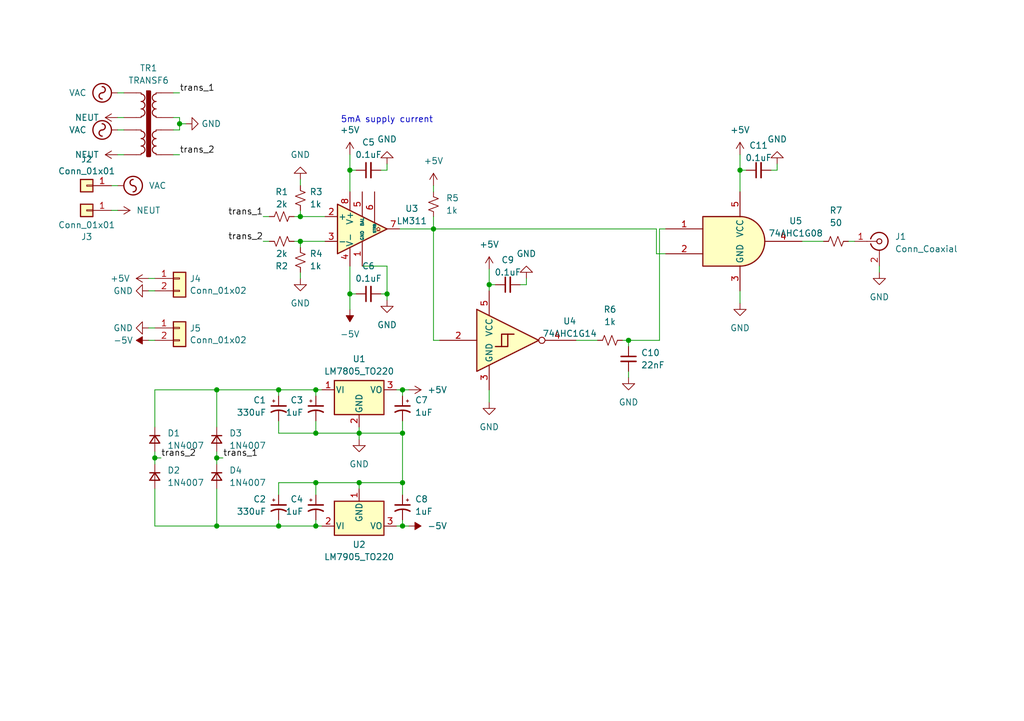
<source format=kicad_sch>
(kicad_sch (version 20230121) (generator eeschema)
  (paper "A5")
  (lib_symbols
    (symbol "74xGxx:74AHC1G08"
      (property "Reference" "U" (at -2.54 3.81 0))
      (property "Value" "74AHC1G08" (at 0 -3.81 0))
      (symbol "74AHC1G08_0_1"
        (arc (start 0 -5.08) (mid 5.0579 0) (end 0 5.08) (stroke (width 0.254)) (fill (type background)))
        (polyline (pts (xy 0 -5.08) (xy -7.62 -5.08) (xy -7.62 5.08) (xy 0 5.08)) (stroke (width 0.254)) (fill (type background)))
      )
      (symbol "74AHC1G08_1_1"
        (pin input line (at -15.24 2.54 0) (length 7.62) (name "~") (number "1"))
        (pin input line (at -15.24 -2.54 0) (length 7.62) (name "~") (number "2"))
        (pin power_in line (at 0 -10.16 90) (length 5.08) (name "GND") (number "3"))
        (pin output line (at 12.7 0 180) (length 7.62) (name "~") (number "4"))
        (pin power_in line (at 0 10.16 270) (length 5.08) (name "VCC") (number "5"))
      )
    )
    (symbol "74xGxx:74AHC1G14"
      (property "Reference" "U" (at -2.54 3.81 0))
      (property "Value" "74AHC1G14" (at 0 -3.81 0))
      (symbol "74AHC1G14_0_1"
        (polyline (pts (xy -2.54 -1.27) (xy -1.27 -1.27) (xy -1.27 1.27)) (stroke (width 0.254)) (fill (type background)))
        (polyline (pts (xy -7.62 6.35) (xy -7.62 -6.35) (xy 5.08 0) (xy -7.62 6.35)) (stroke (width 0.254)) (fill (type background)))
        (polyline (pts (xy -3.81 -1.27) (xy -2.54 -1.27) (xy -2.54 1.27) (xy 0 1.27)) (stroke (width 0.254)) (fill (type background)))
      )
      (symbol "74AHC1G14_1_1"
        (pin input line (at -15.24 0 0) (length 7.62) (name "~") (number "2"))
        (pin power_in line (at -5.08 -10.16 90) (length 5.08) (name "GND") (number "3"))
        (pin output inverted (at 12.7 0 180) (length 7.62) (name "~") (number "4"))
        (pin power_in line (at -5.08 10.16 270) (length 5.08) (name "VCC") (number "5"))
      )
    )
    (symbol "Comparator:LM311" (pin_names (offset 0.127))
      (property "Reference" "U" (at 3.81 6.35 0))
      (property "Value" "LM311" (at 3.81 3.81 0))
      (symbol "LM311_0_1"
        (polyline (pts (xy 5.08 0) (xy -5.08 5.08) (xy -5.08 -5.08) (xy 5.08 0)) (stroke (width 0.254)) (fill (type background)))
        (polyline (pts (xy 3.683 -0.381) (xy 3.302 -0.381) (xy 3.683 0) (xy 3.302 0.381) (xy 2.921 0) (xy 3.302 -0.381) (xy 2.921 -0.381)) (stroke (width 0.127)))
      )
      (symbol "LM311_1_1"
        (pin passive line (at 0 -7.62 90) (length 5.08) (name "GND") (number "1"))
        (pin input line (at -7.62 2.54 0) (length 2.54) (name "+") (number "2"))
        (pin input line (at -7.62 -2.54 0) (length 2.54) (name "-") (number "3"))
        (pin power_in line (at -2.54 -7.62 90) (length 3.81) (name "V-") (number "4"))
        (pin input line (at 0 7.62 270) (length 5.08) (name "BAL") (number "5"))
        (pin input line (at 2.54 7.62 270) (length 6.35) (name "STRB") (number "6"))
        (pin open_collector line (at 7.62 0 180) (length 2.54) (name "~") (number "7"))
        (pin power_in line (at -2.54 7.62 270) (length 3.81) (name "V+") (number "8"))
      )
    )
    (symbol "Connector:Conn_Coaxial" (pin_names (offset 1.016) hide)
      (property "Reference" "J" (at 0.254 3.048 0))
      (property "Value" "Conn_Coaxial" (at 2.921 0 90))
      (symbol "Conn_Coaxial_0_1"
        (arc (start -1.778 -0.508) (mid 0.2311 -1.8066) (end 1.778 0) (stroke (width 0.254)))
        (polyline (pts (xy -2.54 0) (xy -0.508 0)))
        (polyline (pts (xy 0 -2.54) (xy 0 -1.778)))
        (circle (center 0 0) (radius 0.508) (stroke (width 0.2032)))
        (arc (start 1.778 0) (mid 0.2099 1.8101) (end -1.778 0.508) (stroke (width 0.254)))
      )
      (symbol "Conn_Coaxial_1_1"
        (pin passive line (at -5.08 0 0) (length 2.54) (name "In") (number "1"))
        (pin passive line (at 0 -5.08 90) (length 2.54) (name "Ext") (number "2"))
      )
    )
    (symbol "Connector_Generic:Conn_01x01" (pin_names (offset 1.016) hide)
      (property "Reference" "J" (at 0 2.54 0))
      (property "Value" "Conn_01x01" (at 0 -2.54 0))
      (symbol "Conn_01x01_1_1"
        (rectangle (start -1.27 0.127) (end 0 -0.127) (stroke (width 0.1524)))
        (rectangle (start -1.27 1.27) (end 1.27 -1.27) (stroke (width 0.254)) (fill (type background)))
        (pin passive line (at -5.08 0 0) (length 3.81) (name "Pin_1") (number "1"))
      )
    )
    (symbol "Connector_Generic:Conn_01x02" (pin_names (offset 1.016) hide)
      (property "Reference" "J" (at 0 2.54 0))
      (property "Value" "Conn_01x02" (at 0 -5.08 0))
      (symbol "Conn_01x02_1_1"
        (rectangle (start -1.27 -2.413) (end 0 -2.667) (stroke (width 0.1524)))
        (rectangle (start -1.27 0.127) (end 0 -0.127) (stroke (width 0.1524)))
        (rectangle (start -1.27 1.27) (end 1.27 -3.81) (stroke (width 0.254)) (fill (type background)))
        (pin passive line (at -5.08 0 0) (length 3.81) (name "Pin_1") (number "1"))
        (pin passive line (at -5.08 -2.54 0) (length 3.81) (name "Pin_2") (number "2"))
      )
    )
    (symbol "Device:C_Polarized_Small_US" (pin_numbers hide) (pin_names (offset 0.254) hide)
      (property "Reference" "C" (at 0.254 1.778 0))
      (property "Value" "C_Polarized_Small_US" (at 0.254 -2.032 0))
      (symbol "C_Polarized_Small_US_0_1"
        (polyline (pts (xy -1.524 0.508) (xy 1.524 0.508)) (stroke (width 0.3048)))
        (polyline (pts (xy -1.27 1.524) (xy -0.762 1.524)))
        (polyline (pts (xy -1.016 1.27) (xy -1.016 1.778)))
        (arc (start 1.524 -0.762) (mid 0 -0.3734) (end -1.524 -0.762) (stroke (width 0.3048)))
      )
      (symbol "C_Polarized_Small_US_1_1"
        (pin passive line (at 0 2.54 270) (length 2.032) (name "~") (number "1"))
        (pin passive line (at 0 -2.54 90) (length 2.032) (name "~") (number "2"))
      )
    )
    (symbol "Device:C_Small" (pin_numbers hide) (pin_names (offset 0.254) hide)
      (property "Reference" "C" (at 0.254 1.778 0))
      (property "Value" "C_Small" (at 0.254 -2.032 0))
      (symbol "C_Small_0_1"
        (polyline (pts (xy -1.524 -0.508) (xy 1.524 -0.508)) (stroke (width 0.3302)))
        (polyline (pts (xy -1.524 0.508) (xy 1.524 0.508)) (stroke (width 0.3048)))
      )
      (symbol "C_Small_1_1"
        (pin passive line (at 0 2.54 270) (length 2.032) (name "~") (number "1"))
        (pin passive line (at 0 -2.54 90) (length 2.032) (name "~") (number "2"))
      )
    )
    (symbol "Device:D_Small" (pin_numbers hide) (pin_names (offset 0.254) hide)
      (property "Reference" "D" (at -1.27 2.032 0))
      (property "Value" "D_Small" (at -3.81 -2.032 0))
      (symbol "D_Small_0_1"
        (polyline (pts (xy -0.762 -1.016) (xy -0.762 1.016)) (stroke (width 0.254)))
        (polyline (pts (xy -0.762 0) (xy 0.762 0)))
        (polyline (pts (xy 0.762 -1.016) (xy -0.762 0) (xy 0.762 1.016) (xy 0.762 -1.016)) (stroke (width 0.254)))
      )
      (symbol "D_Small_1_1"
        (pin passive line (at -2.54 0 0) (length 1.778) (name "K") (number "1"))
        (pin passive line (at 2.54 0 180) (length 1.778) (name "A") (number "2"))
      )
    )
    (symbol "Device:R_Small_US" (pin_numbers hide) (pin_names (offset 0.254) hide)
      (property "Reference" "R" (at 0.762 0.508 0))
      (property "Value" "R_Small_US" (at 0.762 -1.016 0))
      (symbol "R_Small_US_1_1"
        (polyline (pts (xy 0 0) (xy 1.016 -0.381) (xy 0 -0.762) (xy -1.016 -1.143) (xy 0 -1.524)))
        (polyline (pts (xy 0 1.524) (xy 1.016 1.143) (xy 0 0.762) (xy -1.016 0.381) (xy 0 0)))
        (pin passive line (at 0 2.54 270) (length 1.016) (name "~") (number "1"))
        (pin passive line (at 0 -2.54 90) (length 1.016) (name "~") (number "2"))
      )
    )
    (symbol "Regulator_Linear:LM7805_TO220" (pin_names (offset 0.254))
      (property "Reference" "U" (at -3.81 3.175 0))
      (property "Value" "LM7805_TO220" (at 0 3.175 0))
      (symbol "LM7805_TO220_0_1"
        (rectangle (start -5.08 1.905) (end 5.08 -5.08) (stroke (width 0.254)) (fill (type background)))
      )
      (symbol "LM7805_TO220_1_1"
        (pin power_in line (at -7.62 0 0) (length 2.54) (name "VI") (number "1"))
        (pin power_in line (at 0 -7.62 90) (length 2.54) (name "GND") (number "2"))
        (pin power_out line (at 7.62 0 180) (length 2.54) (name "VO") (number "3"))
      )
    )
    (symbol "Regulator_Linear:LM7905_TO220" (pin_names (offset 0.254))
      (property "Reference" "U" (at -3.81 -3.175 0))
      (property "Value" "LM7905_TO220" (at 0 -3.175 0))
      (symbol "LM7905_TO220_0_1"
        (rectangle (start -5.08 5.08) (end 5.08 -1.905) (stroke (width 0.254)) (fill (type background)))
      )
      (symbol "LM7905_TO220_1_1"
        (pin power_in line (at 0 7.62 270) (length 2.54) (name "GND") (number "1"))
        (pin power_in line (at -7.62 0 0) (length 2.54) (name "VI") (number "2"))
        (pin power_out line (at 7.62 0 180) (length 2.54) (name "VO") (number "3"))
      )
    )
    (symbol "Transformer:TRANSF6" (pin_numbers hide) (pin_names (offset 0))
      (property "Reference" "TR" (at 0 10.16 0))
      (property "Value" "TRANSF6" (at 0 -7.62 0))
      (symbol "TRANSF6_0_1"
        (arc (start -1.524 -4.826) (mid -0.7653 -4.064) (end -1.524 -3.302) (stroke (width 0.2032)))
        (arc (start -1.524 -3.302) (mid -0.7653 -2.54) (end -1.524 -1.778) (stroke (width 0.2032)))
        (arc (start -1.524 -1.778) (mid -0.7653 -1.016) (end -1.524 -0.254) (stroke (width 0.2032)))
        (arc (start -1.524 2.794) (mid -0.7653 3.556) (end -1.524 4.318) (stroke (width 0.2032)))
        (arc (start -1.524 4.318) (mid -0.7653 5.08) (end -1.524 5.842) (stroke (width 0.2032)))
        (arc (start -1.524 5.842) (mid -0.7653 6.604) (end -1.524 7.366) (stroke (width 0.2032)))
        (rectangle (start -0.254 7.874) (end 0.254 -5.334) (stroke (width 0.508)) (fill (type outline)))
        (polyline (pts (xy 1.524 -4.826) (xy 1.524 -5.08) (xy 1.524 -5.08)) (fill (type outline)))
        (polyline (pts (xy 1.524 0) (xy 1.524 -0.254) (xy 1.524 -0.254)) (fill (type outline)))
        (polyline (pts (xy 1.524 0) (xy 2.54 0) (xy 2.54 0)))
        (polyline (pts (xy 1.524 2.54) (xy 1.524 2.794) (xy 1.524 2.794)) (fill (type outline)))
        (polyline (pts (xy 1.524 2.54) (xy 2.54 2.54) (xy 2.54 2.54)))
        (polyline (pts (xy 1.524 7.62) (xy 1.524 7.366) (xy 1.524 7.366)) (fill (type outline)))
        (polyline (pts (xy 1.524 7.62) (xy 2.54 7.62) (xy 2.54 7.62)))
        (polyline (pts (xy 2.54 -5.08) (xy 1.524 -5.08) (xy 1.524 -5.08)))
        (polyline (pts (xy -1.524 -4.826) (xy -1.524 -5.08) (xy -2.54 -5.08) (xy -2.54 -5.08)))
        (polyline (pts (xy -1.524 -0.254) (xy -1.524 0) (xy -2.54 0) (xy -2.54 0)))
        (polyline (pts (xy -1.524 2.794) (xy -1.524 2.54) (xy -2.54 2.54) (xy -2.54 2.54)))
        (polyline (pts (xy -1.524 7.366) (xy -1.524 7.62) (xy -2.54 7.62) (xy -2.54 7.62)))
        (arc (start 1.524 -3.302) (mid 0.7653 -4.064) (end 1.524 -4.826) (stroke (width 0.2032)))
        (arc (start 1.524 -1.778) (mid 0.7653 -2.54) (end 1.524 -3.302) (stroke (width 0.2032)))
        (arc (start 1.524 -0.254) (mid 0.7653 -1.016) (end 1.524 -1.778) (stroke (width 0.2032)))
        (arc (start 1.524 4.318) (mid 0.7653 3.556) (end 1.524 2.794) (stroke (width 0.2032)))
        (arc (start 1.524 5.842) (mid 0.7653 5.08) (end 1.524 4.318) (stroke (width 0.2032)))
        (arc (start 1.524 7.366) (mid 0.7653 6.604) (end 1.524 5.842) (stroke (width 0.2032)))
      )
      (symbol "TRANSF6_1_1"
        (pin passive line (at -5.08 7.62 0) (length 2.54) (name "~") (number "1"))
        (pin passive line (at -5.08 2.54 0) (length 2.54) (name "~") (number "2"))
        (pin passive line (at -5.08 0 0) (length 2.54) (name "~") (number "3"))
        (pin passive line (at -5.08 -5.08 0) (length 2.54) (name "~") (number "4"))
        (pin passive line (at 5.08 -5.08 180) (length 2.54) (name "~") (number "5"))
        (pin passive line (at 5.08 0 180) (length 2.54) (name "~") (number "6"))
        (pin passive line (at 5.08 2.54 180) (length 2.54) (name "~") (number "7"))
        (pin passive line (at 5.08 7.62 180) (length 2.54) (name "~") (number "8"))
      )
    )
    (symbol "power:+5V" (power) (pin_names (offset 0))
      (property "Value" "+5V" (at 0 3.556 0))
      (symbol "+5V_0_1"
        (polyline (pts (xy -0.762 1.27) (xy 0 2.54)))
        (polyline (pts (xy 0 0) (xy 0 2.54)))
        (polyline (pts (xy 0 2.54) (xy 0.762 1.27)))
      )
      (symbol "+5V_1_1"
        (pin power_in line (at 0 0 90) (length 0) hide (name "+5V") (number "1"))
      )
    )
    (symbol "power:-5V" (power) (pin_names (offset 0))
      (property "Value" "-5V" (at 0 3.81 0))
      (symbol "-5V_0_0"
        (pin power_in line (at 0 0 90) (length 0) hide (name "-5V") (number "1"))
      )
      (symbol "-5V_0_1"
        (polyline (pts (xy 0 0) (xy 0 1.27) (xy 0.762 1.27) (xy 0 2.54) (xy -0.762 1.27) (xy 0 1.27)) (fill (type outline)))
      )
    )
    (symbol "power:GND" (power) (pin_names (offset 0))
      (property "Value" "GND" (at 0 -3.81 0))
      (symbol "GND_0_1"
        (polyline (pts (xy 0 0) (xy 0 -1.27) (xy 1.27 -1.27) (xy 0 -2.54) (xy -1.27 -1.27) (xy 0 -1.27)))
      )
      (symbol "GND_1_1"
        (pin power_in line (at 0 0 270) (length 0) hide (name "GND") (number "1"))
      )
    )
    (symbol "power:NEUT" (power) (pin_names (offset 0))
      (property "Value" "NEUT" (at 0 3.81 0))
      (symbol "NEUT_0_1"
        (polyline (pts (xy -0.762 1.27) (xy 0 2.54)))
        (polyline (pts (xy 0 0) (xy 0 2.54)))
        (polyline (pts (xy 0 2.54) (xy 0.762 1.27)))
      )
      (symbol "NEUT_1_1"
        (pin power_in line (at 0 0 90) (length 0) hide (name "NEUT") (number "1"))
      )
    )
    (symbol "power:VAC" (power) (pin_names (offset 0))
      (property "Value" "VAC" (at 0 6.35 0))
      (symbol "VAC_0_1"
        (polyline (pts (xy 0 0) (xy 0 1.27)))
        (arc (start 0 3.175) (mid -0.635 3.8073) (end -1.27 3.175) (stroke (width 0.254)))
        (arc (start 0 3.175) (mid 0.635 2.5427) (end 1.27 3.175) (stroke (width 0.254)))
        (circle (center 0 3.175) (radius 1.905) (stroke (width 0.254)))
      )
      (symbol "VAC_1_1"
        (pin power_in line (at 0 0 90) (length 0) hide (name "VAC") (number "1"))
      )
    )
  )
  (junction (at 151.765 34.925))
  (junction (at 82.55 99.06))
  (junction (at 88.9 46.99))
  (junction (at 73.66 99.06))
  (junction (at 61.595 44.45))
  (junction (at 36.83 25.4))
  (junction (at 79.375 60.325))
  (junction (at 44.45 93.98))
  (junction (at 71.755 60.325))
  (junction (at 31.75 93.98))
  (junction (at 82.55 107.95))
  (junction (at 128.905 69.85))
  (junction (at 61.595 49.53))
  (junction (at 57.15 107.95))
  (junction (at 64.77 107.95))
  (junction (at 44.45 80.01))
  (junction (at 73.66 88.9))
  (junction (at 64.77 99.06))
  (junction (at 71.755 34.925))
  (junction (at 64.77 80.01))
  (junction (at 100.33 58.42))
  (junction (at 82.55 88.9))
  (junction (at 44.45 107.95))
  (junction (at 82.55 80.01))
  (junction (at 64.77 88.9))
  (junction (at 57.15 80.01))
  (wire (pts (xy 60.325 44.45) (xy 61.595 44.45)))
  (wire (pts (xy 61.595 49.53) (xy 66.675 49.53)))
  (wire (pts (xy 22.86 38.1) (xy 24.13 38.1)))
  (wire (pts (xy 71.755 39.37) (xy 71.755 34.925)))
  (wire (pts (xy 88.9 44.45) (xy 88.9 46.99)))
  (wire (pts (xy 136.525 52.07) (xy 134.62 52.07)))
  (wire (pts (xy 64.77 107.95) (xy 66.04 107.95)))
  (wire (pts (xy 73.66 87.63) (xy 73.66 88.9)))
  (wire (pts (xy 64.77 81.28) (xy 64.77 80.01)))
  (wire (pts (xy 82.55 106.68) (xy 82.55 107.95)))
  (wire (pts (xy 31.75 92.71) (xy 31.75 93.98)))
  (wire (pts (xy 36.83 25.4) (xy 38.1 25.4)))
  (wire (pts (xy 30.48 59.69) (xy 31.75 59.69)))
  (wire (pts (xy 73.66 99.06) (xy 82.55 99.06)))
  (wire (pts (xy 100.33 58.42) (xy 100.33 55.245)))
  (wire (pts (xy 30.48 57.15) (xy 31.75 57.15)))
  (wire (pts (xy 61.595 44.45) (xy 66.675 44.45)))
  (wire (pts (xy 118.11 69.85) (xy 122.555 69.85)))
  (wire (pts (xy 79.375 54.61) (xy 79.375 60.325)))
  (wire (pts (xy 31.75 100.33) (xy 31.75 107.95)))
  (wire (pts (xy 128.905 69.85) (xy 127.635 69.85)))
  (wire (pts (xy 71.755 34.925) (xy 73.025 34.925)))
  (wire (pts (xy 73.66 88.9) (xy 73.66 90.17)))
  (wire (pts (xy 134.62 52.07) (xy 134.62 46.99)))
  (wire (pts (xy 22.86 43.18) (xy 24.13 43.18)))
  (wire (pts (xy 64.77 88.9) (xy 73.66 88.9)))
  (wire (pts (xy 24.13 24.13) (xy 25.4 24.13)))
  (wire (pts (xy 82.55 80.01) (xy 83.82 80.01)))
  (wire (pts (xy 57.15 88.9) (xy 64.77 88.9)))
  (wire (pts (xy 82.55 88.9) (xy 82.55 99.06)))
  (wire (pts (xy 82.55 88.9) (xy 73.66 88.9)))
  (wire (pts (xy 81.915 46.99) (xy 88.9 46.99)))
  (wire (pts (xy 64.77 80.01) (xy 66.04 80.01)))
  (wire (pts (xy 71.755 34.925) (xy 71.755 31.75)))
  (wire (pts (xy 61.595 36.83) (xy 61.595 38.1)))
  (wire (pts (xy 128.905 76.2) (xy 128.905 77.47)))
  (wire (pts (xy 31.75 93.98) (xy 31.75 95.25)))
  (wire (pts (xy 107.95 57.15) (xy 107.95 58.42)))
  (wire (pts (xy 128.905 69.85) (xy 135.255 69.85)))
  (wire (pts (xy 100.33 80.01) (xy 100.33 82.55)))
  (wire (pts (xy 44.45 93.98) (xy 44.45 95.25)))
  (wire (pts (xy 60.325 49.53) (xy 61.595 49.53)))
  (wire (pts (xy 82.55 86.36) (xy 82.55 88.9)))
  (wire (pts (xy 57.15 106.68) (xy 57.15 107.95)))
  (wire (pts (xy 135.255 46.99) (xy 136.525 46.99)))
  (wire (pts (xy 44.45 80.01) (xy 57.15 80.01)))
  (wire (pts (xy 24.13 19.05) (xy 25.4 19.05)))
  (wire (pts (xy 64.77 99.06) (xy 64.77 101.6)))
  (wire (pts (xy 35.56 26.67) (xy 36.83 26.67)))
  (wire (pts (xy 107.95 58.42) (xy 106.68 58.42)))
  (wire (pts (xy 135.255 46.99) (xy 135.255 69.85)))
  (wire (pts (xy 64.77 107.95) (xy 64.77 106.68)))
  (wire (pts (xy 151.765 34.925) (xy 153.035 34.925)))
  (wire (pts (xy 79.375 60.325) (xy 78.105 60.325)))
  (wire (pts (xy 44.45 87.63) (xy 44.45 80.01)))
  (wire (pts (xy 36.83 24.13) (xy 36.83 25.4)))
  (wire (pts (xy 71.755 60.325) (xy 73.025 60.325)))
  (wire (pts (xy 79.375 34.925) (xy 78.105 34.925)))
  (wire (pts (xy 180.34 54.61) (xy 180.34 55.88)))
  (wire (pts (xy 82.55 107.95) (xy 81.28 107.95)))
  (wire (pts (xy 64.77 86.36) (xy 64.77 88.9)))
  (wire (pts (xy 73.66 100.33) (xy 73.66 99.06)))
  (wire (pts (xy 61.595 49.53) (xy 61.595 50.8)))
  (wire (pts (xy 79.375 61.595) (xy 79.375 60.325)))
  (wire (pts (xy 24.13 31.75) (xy 25.4 31.75)))
  (wire (pts (xy 35.56 24.13) (xy 36.83 24.13)))
  (wire (pts (xy 44.45 93.98) (xy 45.72 93.98)))
  (wire (pts (xy 61.595 55.88) (xy 61.595 57.15)))
  (wire (pts (xy 44.45 107.95) (xy 57.15 107.95)))
  (wire (pts (xy 44.45 100.33) (xy 44.45 107.95)))
  (wire (pts (xy 82.55 80.01) (xy 81.28 80.01)))
  (wire (pts (xy 73.66 99.06) (xy 64.77 99.06)))
  (wire (pts (xy 90.17 69.85) (xy 88.9 69.85)))
  (wire (pts (xy 159.385 34.925) (xy 158.115 34.925)))
  (wire (pts (xy 151.765 59.69) (xy 151.765 62.23)))
  (wire (pts (xy 57.15 107.95) (xy 64.77 107.95)))
  (wire (pts (xy 44.45 92.71) (xy 44.45 93.98)))
  (wire (pts (xy 57.15 80.01) (xy 64.77 80.01)))
  (wire (pts (xy 57.15 99.06) (xy 64.77 99.06)))
  (wire (pts (xy 151.765 39.37) (xy 151.765 34.925)))
  (wire (pts (xy 57.15 81.28) (xy 57.15 80.01)))
  (wire (pts (xy 100.33 58.42) (xy 101.6 58.42)))
  (wire (pts (xy 134.62 46.99) (xy 88.9 46.99)))
  (wire (pts (xy 31.75 93.98) (xy 33.02 93.98)))
  (wire (pts (xy 31.75 80.01) (xy 44.45 80.01)))
  (wire (pts (xy 88.9 38.1) (xy 88.9 39.37)))
  (wire (pts (xy 53.975 49.53) (xy 55.245 49.53)))
  (wire (pts (xy 31.75 107.95) (xy 44.45 107.95)))
  (wire (pts (xy 82.55 107.95) (xy 83.82 107.95)))
  (wire (pts (xy 173.99 49.53) (xy 175.26 49.53)))
  (wire (pts (xy 128.905 71.12) (xy 128.905 69.85)))
  (wire (pts (xy 53.975 44.45) (xy 55.245 44.45)))
  (wire (pts (xy 36.83 25.4) (xy 36.83 26.67)))
  (wire (pts (xy 82.55 99.06) (xy 82.55 101.6)))
  (wire (pts (xy 57.15 99.06) (xy 57.15 101.6)))
  (wire (pts (xy 24.13 26.67) (xy 25.4 26.67)))
  (wire (pts (xy 57.15 86.36) (xy 57.15 88.9)))
  (wire (pts (xy 71.755 60.325) (xy 71.755 63.5)))
  (wire (pts (xy 79.375 33.655) (xy 79.375 34.925)))
  (wire (pts (xy 71.755 54.61) (xy 71.755 60.325)))
  (wire (pts (xy 35.56 31.75) (xy 36.83 31.75)))
  (wire (pts (xy 88.9 46.99) (xy 88.9 69.85)))
  (wire (pts (xy 100.33 58.42) (xy 100.33 59.69)))
  (wire (pts (xy 82.55 81.28) (xy 82.55 80.01)))
  (wire (pts (xy 74.295 54.61) (xy 79.375 54.61)))
  (wire (pts (xy 30.48 67.31) (xy 31.75 67.31)))
  (wire (pts (xy 151.765 34.925) (xy 151.765 31.75)))
  (wire (pts (xy 61.595 43.18) (xy 61.595 44.45)))
  (wire (pts (xy 159.385 33.655) (xy 159.385 34.925)))
  (wire (pts (xy 164.465 49.53) (xy 168.91 49.53)))
  (wire (pts (xy 31.75 87.63) (xy 31.75 80.01)))
  (wire (pts (xy 35.56 19.05) (xy 36.83 19.05)))
  (wire (pts (xy 30.48 69.85) (xy 31.75 69.85)))
  (text "5mA supply current" (at 69.85 25.4 0) (effects (font (size 1.27 1.27)) (justify left bottom)))
  (label "trans_2" (at 33.02 93.98 0))
  (label "trans_1" (at 53.975 44.45 180))
  (label "trans_1" (at 36.83 19.05 0))
  (label "trans_2" (at 36.83 31.75 0))
  (label "trans_2" (at 53.975 49.53 180))
  (label "trans_1" (at 45.72 93.98 0))
  (symbol (lib_id "Device:R_Small_US") (at 125.095 69.85 90) (unit 1)
    (property "Reference" "R6" (at 125.095 63.5 90))
    (property "Value" "1k" (at 125.095 66.04 90))
    (property "Footprint" "Resistor_SMD:R_0805_2012Metric" (effects hide))
  )
  (symbol (lib_id "Regulator_Linear:LM7905_TO220") (at 73.66 107.95 0) (unit 1)
    (property "Reference" "U2" (at 73.66 111.76 0))
    (property "Value" "LM7905_TO220" (at 73.66 114.3 0))
    (property "Footprint" "Package_TO_SOT_THT:TO-220-3_Vertical" (effects hide))
    (property "Datasheet" "https://www.onsemi.com/pub/Collateral/MC7900-D.PDF" (effects hide))
  )
  (symbol (lib_id "power:NEUT") (at 24.13 31.75 90) (unit 1)
    (property "Reference" "#PWR022" (effects hide))
    (property "Value" "NEUT" (at 20.32 31.75 90) (effects (justify left)))
  )
  (symbol (lib_id "power:VAC") (at 24.13 19.05 90) (unit 1)
    (property "Reference" "#PWR01" (effects hide))
    (property "Value" "VAC" (at 17.78 19.05 90) (effects (justify left)))
  )
  (symbol (lib_id "power:GND") (at 107.95 57.15 0) (mirror x) (unit 1)
    (property "Reference" "#PWR015" (effects hide))
    (property "Value" "GND" (at 107.95 52.07 0))
  )
  (symbol (lib_id "power:GND") (at 180.34 55.88 0) (unit 1)
    (property "Reference" "#PWR020" (effects hide))
    (property "Value" "GND" (at 180.34 60.96 0))
  )
  (symbol (lib_id "Device:C_Small") (at 104.14 58.42 90) (unit 1)
    (property "Reference" "C9" (at 104.14 53.34 90))
    (property "Value" "0.1uF" (at 104.14 55.88 90))
    (property "Footprint" "Capacitor_SMD:C_0805_2012Metric" (effects hide))
  )
  (symbol (lib_id "Device:C_Polarized_Small_US") (at 64.77 104.14 0) (unit 1)
    (property "Reference" "C4" (at 62.23 102.4382 0) (effects (justify right)))
    (property "Value" "1uF" (at 62.23 104.9782 0) (effects (justify right)))
    (property "Footprint" "Capacitor_THT:CP_Radial_D5.0mm_P2.00mm" (effects hide))
  )
  (symbol (lib_id "power:GND") (at 128.905 77.47 0) (unit 1)
    (property "Reference" "#PWR016" (effects hide))
    (property "Value" "GND" (at 128.905 82.55 0))
  )
  (symbol (lib_id "Device:C_Small") (at 128.905 73.66 0) (unit 1)
    (property "Reference" "C10" (at 131.445 72.3963 0) (effects (justify left)))
    (property "Value" "22nF" (at 131.445 74.9363 0) (effects (justify left)))
    (property "Footprint" "Capacitor_SMD:C_0805_2012Metric" (effects hide))
  )
  (symbol (lib_id "power:+5V") (at 88.9 38.1 0) (unit 1)
    (property "Reference" "#PWR012" (effects hide))
    (property "Value" "+5V" (at 88.9 33.02 0))
  )
  (symbol (lib_id "Device:D_Small") (at 31.75 97.79 270) (unit 1)
    (property "Reference" "D2" (at 34.29 96.52 90) (effects (justify left)))
    (property "Value" "1N4007" (at 34.29 99.06 90) (effects (justify left)))
    (property "Footprint" "Diode_THT:D_DO-41_SOD81_P12.70mm_Horizontal" (effects hide))
    (property "Sim.Device" "D" (effects hide))
    (property "Sim.Pins" "1=K 2=A" (effects hide))
  )
  (symbol (lib_id "Device:C_Small") (at 75.565 34.925 90) (unit 1)
    (property "Reference" "C5" (at 75.565 29.21 90))
    (property "Value" "0.1uF" (at 75.565 31.75 90))
    (property "Footprint" "Capacitor_SMD:C_0805_2012Metric" (effects hide))
  )
  (symbol (lib_id "power:-5V") (at 30.48 69.85 90) (unit 1)
    (property "Reference" "#PWR026" (effects hide))
    (property "Value" "-5V" (at 27.3051 69.85 90) (effects (justify left)))
  )
  (symbol (lib_id "power:+5V") (at 151.765 31.75 0) (unit 1)
    (property "Reference" "#PWR017" (effects hide))
    (property "Value" "+5V" (at 151.765 26.67 0))
  )
  (symbol (lib_id "Device:C_Polarized_Small_US") (at 82.55 83.82 0) (mirror y) (unit 1)
    (property "Reference" "C7" (at 85.09 82.1182 0) (effects (justify right)))
    (property "Value" "1uF" (at 85.09 84.6582 0) (effects (justify right)))
    (property "Footprint" "Capacitor_THT:CP_Radial_D5.0mm_P2.00mm" (effects hide))
  )
  (symbol (lib_id "power:GND") (at 30.48 59.69 270) (unit 1)
    (property "Reference" "#PWR027" (effects hide))
    (property "Value" "GND" (at 27.3051 59.69 90) (effects (justify right)))
  )
  (symbol (lib_id "Device:C_Polarized_Small_US") (at 57.15 104.14 0) (unit 1)
    (property "Reference" "C2" (at 54.61 102.4382 0) (effects (justify right)))
    (property "Value" "330uF" (at 54.61 104.9782 0) (effects (justify right)))
    (property "Footprint" "Capacitor_THT:CP_Radial_D10.0mm_P3.50mm" (effects hide))
  )
  (symbol (lib_id "Transformer:TRANSF6") (at 30.48 26.67 0) (unit 1)
    (property "Reference" "TR1" (at 30.48 13.97 0))
    (property "Value" "TRANSF6" (at 30.48 16.51 0))
    (property "Footprint" "Transformers:L01-6301" (effects hide))
  )
  (symbol (lib_id "power:GND") (at 38.1 25.4 90) (unit 1)
    (property "Reference" "#PWR029" (effects hide))
    (property "Value" "GND" (at 41.275 25.4 90) (effects (justify right)))
  )
  (symbol (lib_id "Device:C_Small") (at 155.575 34.925 90) (unit 1)
    (property "Reference" "C11" (at 155.575 29.845 90))
    (property "Value" "0.1uF" (at 155.575 32.385 90))
    (property "Footprint" "Capacitor_SMD:C_0805_2012Metric" (effects hide))
  )
  (symbol (lib_id "Device:C_Polarized_Small_US") (at 64.77 83.82 0) (unit 1)
    (property "Reference" "C3" (at 62.23 82.1182 0) (effects (justify right)))
    (property "Value" "1uF" (at 62.23 84.6582 0) (effects (justify right)))
    (property "Footprint" "Capacitor_THT:CP_Radial_D5.0mm_P2.00mm" (effects hide))
  )
  (symbol (lib_id "Connector_Generic:Conn_01x02") (at 36.83 67.31 0) (unit 1)
    (property "Reference" "J5" (at 38.862 67.3679 0) (effects (justify left)))
    (property "Value" "Conn_01x02" (at 38.862 69.7921 0) (effects (justify left)))
    (property "Footprint" "Connector_PinSocket_2.54mm:PinSocket_1x02_P2.54mm_Vertical" (effects hide))
  )
  (symbol (lib_id "power:GND") (at 61.595 36.83 180) (unit 1)
    (property "Reference" "#PWR03" (effects hide))
    (property "Value" "GND" (at 61.595 31.75 0))
  )
  (symbol (lib_id "power:NEUT") (at 24.13 43.18 270) (mirror x) (unit 1)
    (property "Reference" "#PWR024" (effects hide))
    (property "Value" "NEUT" (at 27.94 43.18 90) (effects (justify left)))
  )
  (symbol (lib_id "Device:C_Polarized_Small_US") (at 82.55 104.14 0) (mirror y) (unit 1)
    (property "Reference" "C8" (at 85.09 102.4382 0) (effects (justify right)))
    (property "Value" "1uF" (at 85.09 104.9782 0) (effects (justify right)))
    (property "Footprint" "Capacitor_THT:CP_Radial_D5.0mm_P2.00mm" (effects hide))
  )
  (symbol (lib_id "power:NEUT") (at 24.13 24.13 90) (unit 1)
    (property "Reference" "#PWR02" (effects hide))
    (property "Value" "NEUT" (at 20.32 24.13 90) (effects (justify left)))
  )
  (symbol (lib_id "power:GND") (at 100.33 82.55 0) (unit 1)
    (property "Reference" "#PWR014" (effects hide))
    (property "Value" "GND" (at 100.33 87.63 0))
  )
  (symbol (lib_id "power:+5V") (at 83.82 80.01 270) (unit 1)
    (property "Reference" "#PWR010" (effects hide))
    (property "Value" "+5V" (at 87.63 80.01 90) (effects (justify left)))
  )
  (symbol (lib_id "Device:C_Polarized_Small_US") (at 57.15 83.82 0) (unit 1)
    (property "Reference" "C1" (at 54.61 82.1182 0) (effects (justify right)))
    (property "Value" "330uF" (at 54.61 84.6582 0) (effects (justify right)))
    (property "Footprint" "Capacitor_THT:CP_Radial_D10.0mm_P3.50mm" (effects hide))
  )
  (symbol (lib_id "Comparator:LM311") (at 74.295 46.99 0) (unit 1)
    (property "Reference" "U3" (at 84.455 42.7991 0))
    (property "Value" "LM311" (at 84.455 45.3391 0))
    (property "Footprint" "Package_SO:SOIC-8_3.9x4.9mm_P1.27mm" (effects hide))
    (property "Datasheet" "https://www.st.com/resource/en/datasheet/lm311.pdf" (effects hide))
  )
  (symbol (lib_id "74xGxx:74AHC1G14") (at 105.41 69.85 0) (unit 1)
    (property "Reference" "U4" (at 116.84 65.9131 0))
    (property "Value" "74AHC1G14" (at 116.84 68.4531 0))
    (property "Footprint" "Package_TO_SOT_SMD:SOT-23-5" (effects hide))
    (property "Datasheet" "https://www.ti.com/lit/ds/symlink/sn74lvc1g14.pdf" (effects hide))
  )
  (symbol (lib_id "Connector_Generic:Conn_01x01") (at 17.78 38.1 0) (mirror y) (unit 1)
    (property "Reference" "J2" (at 17.78 32.6857 0))
    (property "Value" "Conn_01x01" (at 17.78 35.1099 0))
    (property "Footprint" "Connector_PinSocket_2.54mm:PinSocket_1x01_P2.54mm_Vertical" (effects hide))
  )
  (symbol (lib_id "power:+5V") (at 30.48 57.15 90) (mirror x) (unit 1)
    (property "Reference" "#PWR025" (effects hide))
    (property "Value" "+5V" (at 26.67 57.15 90) (effects (justify left)))
  )
  (symbol (lib_id "Device:R_Small_US") (at 61.595 53.34 0) (unit 1)
    (property "Reference" "R4" (at 63.5 52.07 0) (effects (justify left)))
    (property "Value" "1k" (at 63.5 54.61 0) (effects (justify left)))
    (property "Footprint" "Resistor_SMD:R_0805_2012Metric" (effects hide))
  )
  (symbol (lib_id "Connector:Conn_Coaxial") (at 180.34 49.53 0) (unit 1)
    (property "Reference" "J1" (at 183.515 48.5532 0) (effects (justify left)))
    (property "Value" "Conn_Coaxial" (at 183.515 51.0932 0) (effects (justify left)))
    (property "Footprint" "Connector_Coaxial:BNC_Amphenol_B6252HB-NPP3G-50_Horizontal" (effects hide))
    (property "Datasheet" " ~" (effects hide))
  )
  (symbol (lib_id "power:GND") (at 30.48 67.31 270) (unit 1)
    (property "Reference" "#PWR028" (effects hide))
    (property "Value" "GND" (at 27.3051 67.31 90) (effects (justify right)))
  )
  (symbol (lib_id "power:GND") (at 151.765 62.23 0) (unit 1)
    (property "Reference" "#PWR018" (effects hide))
    (property "Value" "GND" (at 151.765 67.31 0))
  )
  (symbol (lib_id "power:-5V") (at 71.755 63.5 180) (unit 1)
    (property "Reference" "#PWR06" (effects hide))
    (property "Value" "-5V" (at 71.755 68.58 0))
  )
  (symbol (lib_id "power:GND") (at 159.385 33.655 0) (mirror x) (unit 1)
    (property "Reference" "#PWR019" (effects hide))
    (property "Value" "GND" (at 159.385 28.575 0))
  )
  (symbol (lib_id "power:VAC") (at 24.13 26.67 90) (unit 1)
    (property "Reference" "#PWR021" (effects hide))
    (property "Value" "VAC" (at 17.78 26.67 90) (effects (justify left)))
  )
  (symbol (lib_id "Connector_Generic:Conn_01x02") (at 36.83 57.15 0) (unit 1)
    (property "Reference" "J4" (at 38.862 57.2079 0) (effects (justify left)))
    (property "Value" "Conn_01x02" (at 38.862 59.6321 0) (effects (justify left)))
    (property "Footprint" "Connector_PinSocket_2.54mm:PinSocket_1x02_P2.54mm_Vertical" (effects hide))
  )
  (symbol (lib_id "power:GND") (at 61.595 57.15 0) (unit 1)
    (property "Reference" "#PWR04" (effects hide))
    (property "Value" "GND" (at 61.595 62.23 0))
  )
  (symbol (lib_id "Device:R_Small_US") (at 171.45 49.53 90) (unit 1)
    (property "Reference" "R7" (at 171.45 43.18 90))
    (property "Value" "50" (at 171.45 45.72 90))
    (property "Footprint" "Resistor_SMD:R_0805_2012Metric" (effects hide))
  )
  (symbol (lib_id "power:+5V") (at 71.755 31.75 0) (unit 1)
    (property "Reference" "#PWR05" (effects hide))
    (property "Value" "+5V" (at 71.755 26.67 0))
  )
  (symbol (lib_id "power:GND") (at 73.66 90.17 0) (unit 1)
    (property "Reference" "#PWR07" (effects hide))
    (property "Value" "GND" (at 73.66 95.25 0))
  )
  (symbol (lib_id "74xGxx:74AHC1G08") (at 151.765 49.53 0) (unit 1)
    (property "Reference" "U5" (at 163.195 45.3391 0))
    (property "Value" "74AHC1G08" (at 163.195 47.8791 0))
    (property "Footprint" "Package_TO_SOT_SMD:SOT-23-5" (effects hide))
    (property "Datasheet" "http://www.ti.com/lit/sg/scyt129e/scyt129e.pdf" (effects hide))
  )
  (symbol (lib_id "Device:D_Small") (at 44.45 97.79 270) (unit 1)
    (property "Reference" "D4" (at 46.99 96.52 90) (effects (justify left)))
    (property "Value" "1N4007" (at 46.99 99.06 90) (effects (justify left)))
    (property "Footprint" "Diode_THT:D_DO-41_SOD81_P12.70mm_Horizontal" (effects hide))
    (property "Sim.Device" "D" (effects hide))
    (property "Sim.Pins" "1=K 2=A" (effects hide))
  )
  (symbol (lib_id "Connector_Generic:Conn_01x01") (at 17.78 43.18 180) (unit 1)
    (property "Reference" "J3" (at 17.78 48.5943 0))
    (property "Value" "Conn_01x01" (at 17.78 46.1701 0))
    (property "Footprint" "Connector_PinSocket_2.54mm:PinSocket_1x01_P2.54mm_Vertical" (effects hide))
  )
  (symbol (lib_id "power:GND") (at 79.375 61.595 0) (unit 1)
    (property "Reference" "#PWR09" (effects hide))
    (property "Value" "GND" (at 79.375 66.675 0))
  )
  (symbol (lib_id "power:GND") (at 79.375 33.655 0) (mirror x) (unit 1)
    (property "Reference" "#PWR08" (effects hide))
    (property "Value" "GND" (at 79.375 28.575 0))
  )
  (symbol (lib_id "Device:R_Small_US") (at 57.785 44.45 90) (unit 1)
    (property "Reference" "R1" (at 57.785 39.37 90))
    (property "Value" "2k" (at 57.785 41.91 90))
    (property "Footprint" "Resistor_SMD:R_0805_2012Metric" (effects hide))
  )
  (symbol (lib_id "Device:R_Small_US") (at 61.595 40.64 0) (unit 1)
    (property "Reference" "R3" (at 63.5 39.37 0) (effects (justify left)))
    (property "Value" "1k" (at 63.5 41.91 0) (effects (justify left)))
    (property "Footprint" "Resistor_SMD:R_0805_2012Metric" (effects hide))
  )
  (symbol (lib_id "Device:R_Small_US") (at 88.9 41.91 0) (unit 1)
    (property "Reference" "R5" (at 91.44 40.64 0) (effects (justify left)))
    (property "Value" "1k" (at 91.44 43.18 0) (effects (justify left)))
    (property "Footprint" "Resistor_SMD:R_0805_2012Metric" (effects hide))
  )
  (symbol (lib_id "Device:C_Small") (at 75.565 60.325 90) (unit 1)
    (property "Reference" "C6" (at 75.565 54.61 90))
    (property "Value" "0.1uF" (at 75.565 57.15 90))
    (property "Footprint" "Capacitor_SMD:C_0805_2012Metric" (effects hide))
  )
  (symbol (lib_id "Device:R_Small_US") (at 57.785 49.53 90) (mirror x) (unit 1)
    (property "Reference" "R2" (at 57.785 54.61 90))
    (property "Value" "2k" (at 57.785 52.07 90))
    (property "Footprint" "Resistor_SMD:R_0805_2012Metric" (effects hide))
  )
  (symbol (lib_id "power:+5V") (at 100.33 55.245 0) (unit 1)
    (property "Reference" "#PWR013" (effects hide))
    (property "Value" "+5V" (at 100.33 50.165 0))
  )
  (symbol (lib_id "Regulator_Linear:LM7805_TO220") (at 73.66 80.01 0) (unit 1)
    (property "Reference" "U1" (at 73.66 73.66 0))
    (property "Value" "LM7805_TO220" (at 73.66 76.2 0))
    (property "Footprint" "Package_TO_SOT_THT:TO-220-3_Vertical" (effects hide))
    (property "Datasheet" "https://www.onsemi.cn/PowerSolutions/document/MC7800-D.PDF" (effects hide))
  )
  (symbol (lib_id "Device:D_Small") (at 44.45 90.17 270) (unit 1)
    (property "Reference" "D3" (at 46.99 88.9 90) (effects (justify left)))
    (property "Value" "1N4007" (at 46.99 91.44 90) (effects (justify left)))
    (property "Footprint" "Diode_THT:D_DO-41_SOD81_P12.70mm_Horizontal" (effects hide))
    (property "Sim.Device" "D" (effects hide))
    (property "Sim.Pins" "1=K 2=A" (effects hide))
  )
  (symbol (lib_id "power:VAC") (at 24.13 38.1 270) (mirror x) (unit 1)
    (property "Reference" "#PWR023" (effects hide))
    (property "Value" "VAC" (at 30.48 38.1 90) (effects (justify left)))
  )
  (symbol (lib_id "power:-5V") (at 83.82 107.95 270) (unit 1)
    (property "Reference" "#PWR011" (effects hide))
    (property "Value" "-5V" (at 87.63 107.95 90) (effects (justify left)))
  )
  (symbol (lib_id "Device:D_Small") (at 31.75 90.17 270) (unit 1)
    (property "Reference" "D1" (at 34.29 88.9 90) (effects (justify left)))
    (property "Value" "1N4007" (at 34.29 91.44 90) (effects (justify left)))
    (property "Footprint" "Diode_THT:D_DO-41_SOD81_P12.70mm_Horizontal" (effects hide))
    (property "Sim.Device" "D" (effects hide))
    (property "Sim.Pins" "1=K 2=A" (effects hide))
  )
)
</source>
